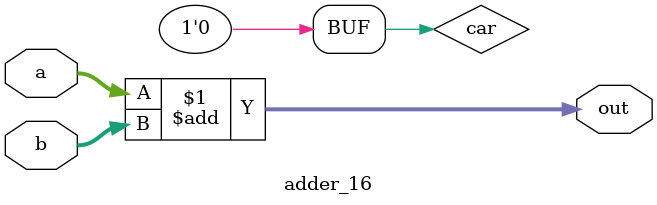
<source format=v>
module adder_16(out, a, b);
	input [15:0] a;
	input [15:0] b;
	output [15:0] out;
	
	reg car = 0;
		
	wire c[15:0];

	assign out = a + b;
	/*
	full_adder full_adder15(out[15], c[15], a[15], b[15], car);
	full_adder full_adder14(out[14], c[14], a[14], b[14], c[15);
	full_adder full_adder13(out[13], c[13], a[13], b[13], c[14]);
	full_adder full_adder12(out[12], c[12], a[12], b[12], c[13]);
	full_adder full_adder11(out[11], c[11], a[11], b[11], c[12]);
	full_adder full_adder10(out[10], c[10], a[10], b[10], c[11]);
	full_adder full_adder9(out[9], c[9], a[9], b[9], c[10]);
	full_adder full_adder8(out[8], c[8], a[8], b[8], c[9]);
	full_adder full_adder7(out[7], c[7], a[7], b[7], c[8]);
	full_adder full_adder6(out[6], c[6], a[6], b[6], c[7]);
	full_adder full_adder5(out[5], c[5], a[5], b[5], c[6]);
	full_adder full_adder4(out[4], c[4], a[4], b[4], c[5]);
	full_adder full_adder3(out[3], c[3], a[3], b[3], c[4]);
	full_adder full_adder2(out[2], c[2], a[2], b[2], c[3]);
	full_adder full_adder1(out[1], c[1], a[1], b[1], c[2]);
	full_adder full_adder0(out[0], c[0], a[0], b[0], c[1]);
	*/

endmodule

</source>
